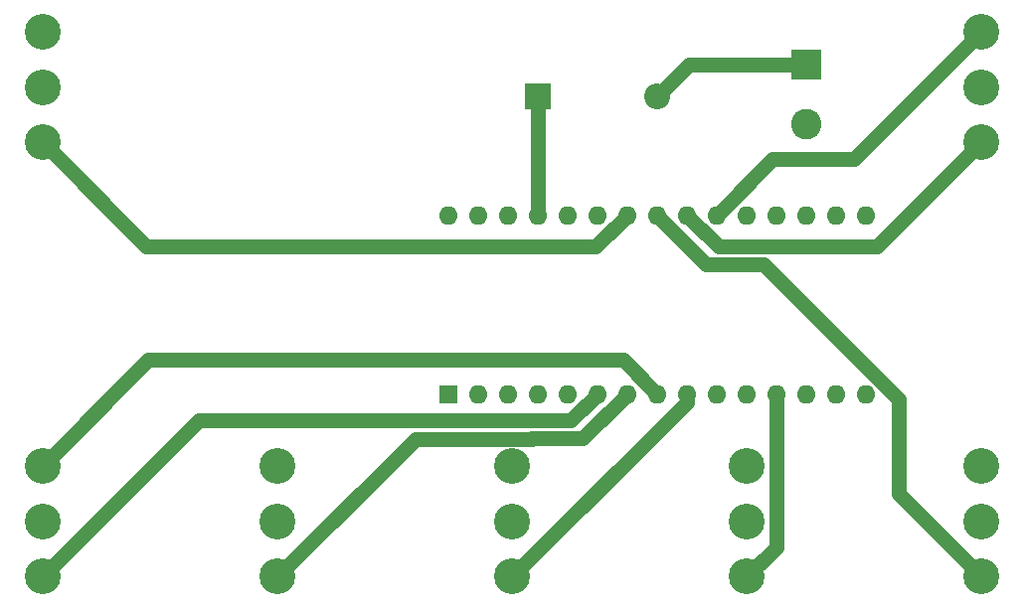
<source format=gbr>
G04 #@! TF.GenerationSoftware,KiCad,Pcbnew,(5.1.9)-1*
G04 #@! TF.CreationDate,2021-03-01T16:48:06-06:00*
G04 #@! TF.ProjectId,SW2,5357322e-6b69-4636-9164-5f7063625858,rev?*
G04 #@! TF.SameCoordinates,Original*
G04 #@! TF.FileFunction,Copper,L1,Top*
G04 #@! TF.FilePolarity,Positive*
%FSLAX46Y46*%
G04 Gerber Fmt 4.6, Leading zero omitted, Abs format (unit mm)*
G04 Created by KiCad (PCBNEW (5.1.9)-1) date 2021-03-01 16:48:06*
%MOMM*%
%LPD*%
G01*
G04 APERTURE LIST*
G04 #@! TA.AperFunction,ComponentPad*
%ADD10O,2.200000X2.200000*%
G04 #@! TD*
G04 #@! TA.AperFunction,ComponentPad*
%ADD11R,2.200000X2.200000*%
G04 #@! TD*
G04 #@! TA.AperFunction,ComponentPad*
%ADD12C,3.048000*%
G04 #@! TD*
G04 #@! TA.AperFunction,ComponentPad*
%ADD13C,2.600000*%
G04 #@! TD*
G04 #@! TA.AperFunction,ComponentPad*
%ADD14R,2.600000X2.600000*%
G04 #@! TD*
G04 #@! TA.AperFunction,ComponentPad*
%ADD15O,1.600000X1.600000*%
G04 #@! TD*
G04 #@! TA.AperFunction,ComponentPad*
%ADD16R,1.600000X1.600000*%
G04 #@! TD*
G04 #@! TA.AperFunction,Conductor*
%ADD17C,1.270000*%
G04 #@! TD*
G04 APERTURE END LIST*
D10*
X109905800Y-58445400D03*
D11*
X99745800Y-58445400D03*
D12*
X77500000Y-99400000D03*
X77500000Y-94700000D03*
X77500000Y-90000000D03*
D13*
X122580400Y-60803800D03*
D14*
X122580400Y-55803800D03*
D15*
X127609600Y-68594400D03*
X127609600Y-83834400D03*
X92049600Y-68594400D03*
X125069600Y-83834400D03*
X94589600Y-68594400D03*
X122529600Y-83834400D03*
X97129600Y-68594400D03*
X119989600Y-83834400D03*
X99669600Y-68594400D03*
X117449600Y-83834400D03*
X102209600Y-68594400D03*
X114909600Y-83834400D03*
X104749600Y-68594400D03*
X112369600Y-83834400D03*
X107289600Y-68594400D03*
X109829600Y-83834400D03*
X109829600Y-68594400D03*
X107289600Y-83834400D03*
X112369600Y-68594400D03*
X104749600Y-83834400D03*
X114909600Y-68594400D03*
X102209600Y-83834400D03*
X117449600Y-68594400D03*
X99669600Y-83834400D03*
X119989600Y-68594400D03*
X97129600Y-83834400D03*
X122529600Y-68594400D03*
X94589600Y-83834400D03*
X125069600Y-68594400D03*
D16*
X92049600Y-83834400D03*
D12*
X137500000Y-62400000D03*
X137500000Y-57700000D03*
X137500000Y-53000000D03*
X57500000Y-99400000D03*
X57500000Y-94700000D03*
X57500000Y-90000000D03*
X57500000Y-62400000D03*
X57500000Y-57700000D03*
X57500000Y-53000000D03*
X97500000Y-99400000D03*
X97500000Y-94700000D03*
X97500000Y-90000000D03*
X117500000Y-99400000D03*
X117500000Y-94700000D03*
X117500000Y-90000000D03*
X137500000Y-99400000D03*
X137500000Y-94700000D03*
X137500000Y-90000000D03*
D17*
X119989600Y-96910400D02*
X119989600Y-83834400D01*
X117500000Y-99400000D02*
X119989600Y-96910400D01*
X99745800Y-68518200D02*
X99669600Y-68594400D01*
X99745800Y-58445400D02*
X99745800Y-68518200D01*
X112369600Y-84530400D02*
X112369600Y-83834400D01*
X97500000Y-99400000D02*
X112369600Y-84530400D01*
X107289600Y-68594400D02*
X104637000Y-71247000D01*
X66347000Y-71247000D02*
X57500000Y-62400000D01*
X104637000Y-71247000D02*
X66347000Y-71247000D01*
X57500000Y-90000000D02*
X66550200Y-80949800D01*
X106945000Y-80949800D02*
X109829600Y-83834400D01*
X66550200Y-80949800D02*
X106945000Y-80949800D01*
X130454400Y-84259398D02*
X118962813Y-72767811D01*
X114003011Y-72767811D02*
X109829600Y-68594400D01*
X137500000Y-99400000D02*
X130454400Y-92354400D01*
X130454400Y-92354400D02*
X130454400Y-84259398D01*
X118962813Y-72767811D02*
X114003011Y-72767811D01*
X89259001Y-87640999D02*
X99172599Y-87640999D01*
X77500000Y-99400000D02*
X89259001Y-87640999D01*
X99172599Y-87640999D02*
X99183598Y-87630000D01*
X103494000Y-87630000D02*
X107289600Y-83834400D01*
X99183598Y-87630000D02*
X103494000Y-87630000D01*
X137500000Y-62400000D02*
X128602200Y-71297800D01*
X128602200Y-71297800D02*
X115073000Y-71297800D01*
X115073000Y-71297800D02*
X112369600Y-68594400D01*
X57500000Y-99400000D02*
X70794000Y-86106000D01*
X102478000Y-86106000D02*
X104749600Y-83834400D01*
X70794000Y-86106000D02*
X102478000Y-86106000D01*
X137500000Y-53000000D02*
X126669800Y-63830200D01*
X119673800Y-63830200D02*
X114909600Y-68594400D01*
X126669800Y-63830200D02*
X119673800Y-63830200D01*
X112547400Y-55803800D02*
X109905800Y-58445400D01*
X122580400Y-55803800D02*
X112547400Y-55803800D01*
M02*

</source>
